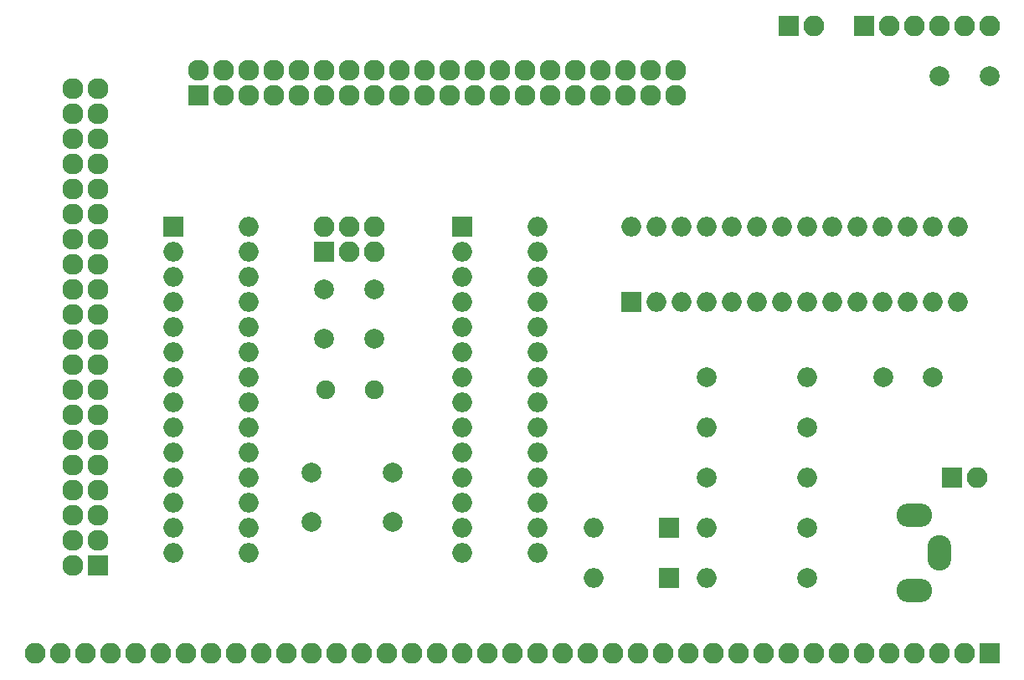
<source format=gts>
G04 #@! TF.FileFunction,Soldermask,Top*
%FSLAX46Y46*%
G04 Gerber Fmt 4.6, Leading zero omitted, Abs format (unit mm)*
G04 Created by KiCad (PCBNEW 4.0.6) date 06/11/17 20:17:23*
%MOMM*%
%LPD*%
G01*
G04 APERTURE LIST*
%ADD10C,0.100000*%
%ADD11R,2.000000X2.000000*%
%ADD12O,2.000000X2.000000*%
%ADD13C,2.000000*%
%ADD14R,2.100000X2.100000*%
%ADD15O,2.100000X2.100000*%
%ADD16R,2.127200X2.127200*%
%ADD17O,2.127200X2.127200*%
%ADD18C,1.900000*%
%ADD19O,3.597860X2.398980*%
%ADD20O,2.398980X3.597860*%
G04 APERTURE END LIST*
D10*
D11*
X160655000Y-102870000D03*
D12*
X168275000Y-135890000D03*
X160655000Y-105410000D03*
X168275000Y-133350000D03*
X160655000Y-107950000D03*
X168275000Y-130810000D03*
X160655000Y-110490000D03*
X168275000Y-128270000D03*
X160655000Y-113030000D03*
X168275000Y-125730000D03*
X160655000Y-115570000D03*
X168275000Y-123190000D03*
X160655000Y-118110000D03*
X168275000Y-120650000D03*
X160655000Y-120650000D03*
X168275000Y-118110000D03*
X160655000Y-123190000D03*
X168275000Y-115570000D03*
X160655000Y-125730000D03*
X168275000Y-113030000D03*
X160655000Y-128270000D03*
X168275000Y-110490000D03*
X160655000Y-130810000D03*
X168275000Y-107950000D03*
X160655000Y-133350000D03*
X168275000Y-105410000D03*
X160655000Y-135890000D03*
X168275000Y-102870000D03*
D13*
X153670000Y-132715000D03*
X153670000Y-127715000D03*
X213995000Y-87630000D03*
X208995000Y-87630000D03*
X151765000Y-109220000D03*
X151765000Y-114220000D03*
X146685000Y-109220000D03*
X146685000Y-114220000D03*
D11*
X181610000Y-133350000D03*
D12*
X173990000Y-133350000D03*
D11*
X181610000Y-138430000D03*
D12*
X173990000Y-138430000D03*
D14*
X213995000Y-146050000D03*
D15*
X211455000Y-146050000D03*
X208915000Y-146050000D03*
X206375000Y-146050000D03*
X203835000Y-146050000D03*
X201295000Y-146050000D03*
X198755000Y-146050000D03*
X196215000Y-146050000D03*
X193675000Y-146050000D03*
X191135000Y-146050000D03*
X188595000Y-146050000D03*
X186055000Y-146050000D03*
X183515000Y-146050000D03*
X180975000Y-146050000D03*
X178435000Y-146050000D03*
X175895000Y-146050000D03*
X173355000Y-146050000D03*
X170815000Y-146050000D03*
X168275000Y-146050000D03*
X165735000Y-146050000D03*
X163195000Y-146050000D03*
X160655000Y-146050000D03*
X158115000Y-146050000D03*
X155575000Y-146050000D03*
X153035000Y-146050000D03*
X150495000Y-146050000D03*
X147955000Y-146050000D03*
X145415000Y-146050000D03*
X142875000Y-146050000D03*
X140335000Y-146050000D03*
X137795000Y-146050000D03*
X135255000Y-146050000D03*
X132715000Y-146050000D03*
X130175000Y-146050000D03*
X127635000Y-146050000D03*
X125095000Y-146050000D03*
X122555000Y-146050000D03*
X120015000Y-146050000D03*
X117475000Y-146050000D03*
D16*
X123825000Y-137160000D03*
D17*
X121285000Y-137160000D03*
X123825000Y-134620000D03*
X121285000Y-134620000D03*
X123825000Y-132080000D03*
X121285000Y-132080000D03*
X123825000Y-129540000D03*
X121285000Y-129540000D03*
X123825000Y-127000000D03*
X121285000Y-127000000D03*
X123825000Y-124460000D03*
X121285000Y-124460000D03*
X123825000Y-121920000D03*
X121285000Y-121920000D03*
X123825000Y-119380000D03*
X121285000Y-119380000D03*
X123825000Y-116840000D03*
X121285000Y-116840000D03*
X123825000Y-114300000D03*
X121285000Y-114300000D03*
X123825000Y-111760000D03*
X121285000Y-111760000D03*
X123825000Y-109220000D03*
X121285000Y-109220000D03*
X123825000Y-106680000D03*
X121285000Y-106680000D03*
X123825000Y-104140000D03*
X121285000Y-104140000D03*
X123825000Y-101600000D03*
X121285000Y-101600000D03*
X123825000Y-99060000D03*
X121285000Y-99060000D03*
X123825000Y-96520000D03*
X121285000Y-96520000D03*
X123825000Y-93980000D03*
X121285000Y-93980000D03*
X123825000Y-91440000D03*
X121285000Y-91440000D03*
X123825000Y-88900000D03*
X121285000Y-88900000D03*
D14*
X201295000Y-82550000D03*
D15*
X203835000Y-82550000D03*
X206375000Y-82550000D03*
X208915000Y-82550000D03*
X211455000Y-82550000D03*
X213995000Y-82550000D03*
D14*
X146685000Y-105410000D03*
D15*
X146685000Y-102870000D03*
X149225000Y-105410000D03*
X149225000Y-102870000D03*
X151765000Y-105410000D03*
X151765000Y-102870000D03*
D14*
X193675000Y-82550000D03*
D15*
X196215000Y-82550000D03*
D13*
X195580000Y-133350000D03*
D12*
X185420000Y-133350000D03*
D13*
X195580000Y-138430000D03*
D12*
X185420000Y-138430000D03*
D13*
X185420000Y-128270000D03*
D12*
X195580000Y-128270000D03*
D13*
X195580000Y-123190000D03*
D12*
X185420000Y-123190000D03*
D18*
X151765000Y-119380000D03*
X146885000Y-119380000D03*
D14*
X210185000Y-128270000D03*
D15*
X212725000Y-128270000D03*
D16*
X133985000Y-89535000D03*
D17*
X133985000Y-86995000D03*
X136525000Y-89535000D03*
X136525000Y-86995000D03*
X139065000Y-89535000D03*
X139065000Y-86995000D03*
X141605000Y-89535000D03*
X141605000Y-86995000D03*
X144145000Y-89535000D03*
X144145000Y-86995000D03*
X146685000Y-89535000D03*
X146685000Y-86995000D03*
X149225000Y-89535000D03*
X149225000Y-86995000D03*
X151765000Y-89535000D03*
X151765000Y-86995000D03*
X154305000Y-89535000D03*
X154305000Y-86995000D03*
X156845000Y-89535000D03*
X156845000Y-86995000D03*
X159385000Y-89535000D03*
X159385000Y-86995000D03*
X161925000Y-89535000D03*
X161925000Y-86995000D03*
X164465000Y-89535000D03*
X164465000Y-86995000D03*
X167005000Y-89535000D03*
X167005000Y-86995000D03*
X169545000Y-89535000D03*
X169545000Y-86995000D03*
X172085000Y-89535000D03*
X172085000Y-86995000D03*
X174625000Y-89535000D03*
X174625000Y-86995000D03*
X177165000Y-89535000D03*
X177165000Y-86995000D03*
X179705000Y-89535000D03*
X179705000Y-86995000D03*
X182245000Y-89535000D03*
X182245000Y-86995000D03*
D13*
X185420000Y-118110000D03*
D12*
X195580000Y-118110000D03*
D11*
X177800000Y-110490000D03*
D12*
X210820000Y-102870000D03*
X180340000Y-110490000D03*
X208280000Y-102870000D03*
X182880000Y-110490000D03*
X205740000Y-102870000D03*
X185420000Y-110490000D03*
X203200000Y-102870000D03*
X187960000Y-110490000D03*
X200660000Y-102870000D03*
X190500000Y-110490000D03*
X198120000Y-102870000D03*
X193040000Y-110490000D03*
X195580000Y-102870000D03*
X195580000Y-110490000D03*
X193040000Y-102870000D03*
X198120000Y-110490000D03*
X190500000Y-102870000D03*
X200660000Y-110490000D03*
X187960000Y-102870000D03*
X203200000Y-110490000D03*
X185420000Y-102870000D03*
X205740000Y-110490000D03*
X182880000Y-102870000D03*
X208280000Y-110490000D03*
X180340000Y-102870000D03*
X210820000Y-110490000D03*
X177800000Y-102870000D03*
D11*
X131445000Y-102870000D03*
D12*
X139065000Y-135890000D03*
X131445000Y-105410000D03*
X139065000Y-133350000D03*
X131445000Y-107950000D03*
X139065000Y-130810000D03*
X131445000Y-110490000D03*
X139065000Y-128270000D03*
X131445000Y-113030000D03*
X139065000Y-125730000D03*
X131445000Y-115570000D03*
X139065000Y-123190000D03*
X131445000Y-118110000D03*
X139065000Y-120650000D03*
X131445000Y-120650000D03*
X139065000Y-118110000D03*
X131445000Y-123190000D03*
X139065000Y-115570000D03*
X131445000Y-125730000D03*
X139065000Y-113030000D03*
X131445000Y-128270000D03*
X139065000Y-110490000D03*
X131445000Y-130810000D03*
X139065000Y-107950000D03*
X131445000Y-133350000D03*
X139065000Y-105410000D03*
X131445000Y-135890000D03*
X139065000Y-102870000D03*
D13*
X145415000Y-132715000D03*
X145415000Y-127715000D03*
X208280000Y-118110000D03*
X203280000Y-118110000D03*
D19*
X206375000Y-132080000D03*
D20*
X208915000Y-135890000D03*
D19*
X206375000Y-139700000D03*
M02*

</source>
